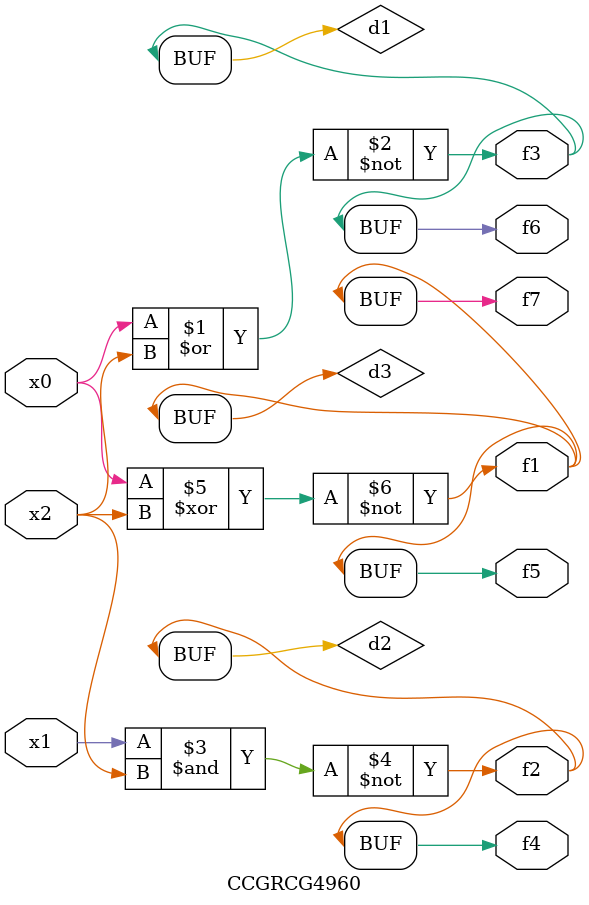
<source format=v>
module CCGRCG4960(
	input x0, x1, x2,
	output f1, f2, f3, f4, f5, f6, f7
);

	wire d1, d2, d3;

	nor (d1, x0, x2);
	nand (d2, x1, x2);
	xnor (d3, x0, x2);
	assign f1 = d3;
	assign f2 = d2;
	assign f3 = d1;
	assign f4 = d2;
	assign f5 = d3;
	assign f6 = d1;
	assign f7 = d3;
endmodule

</source>
